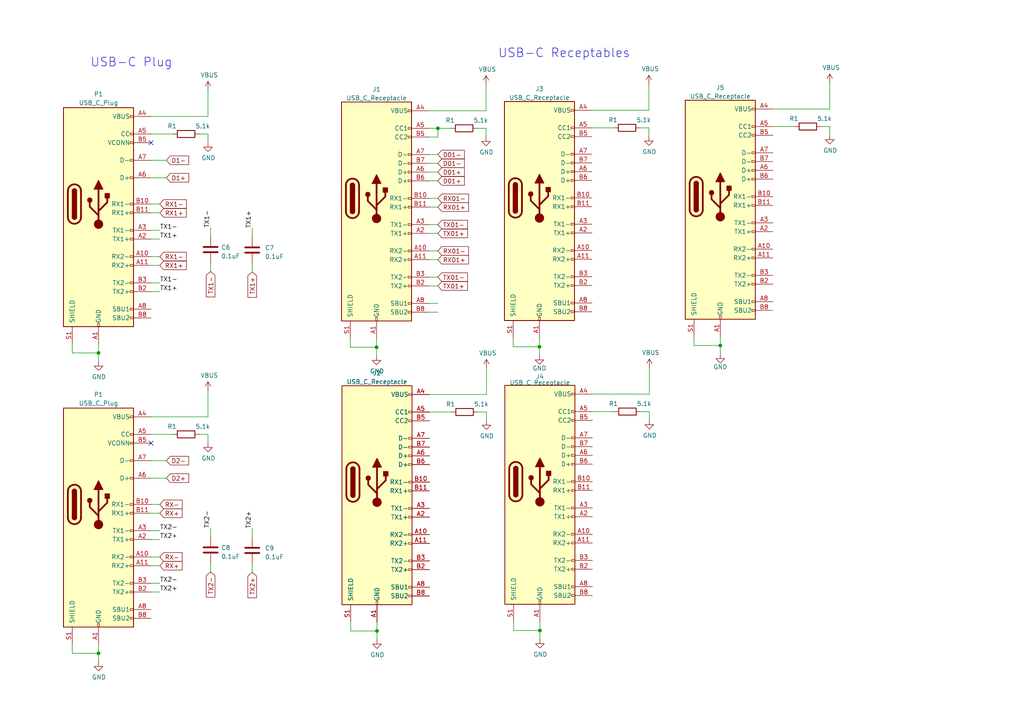
<source format=kicad_sch>
(kicad_sch (version 20230121) (generator eeschema)
  (paper "A4")
  (title_block (date "2023-04-29"))
  (lib_symbols
    (symbol "Connector:USB_C_Plug" (pin_names (offset 1.016))
      (property "Reference" "P" (at -10.16 29.21 0))
      (property "Value" "USB_C_Plug" (at 10.16 29.21 0))
      (symbol "USB_C_Plug_0_0"
        (rectangle (start -0.254 -35.56) (end 0.254 -34.544))
        (rectangle (start 10.16 -32.766) (end 9.144 -33.274))
        (rectangle (start 10.16 -30.226) (end 9.144 -30.734))
        (rectangle (start 10.16 -25.146) (end 9.144 -25.654))
        (rectangle (start 10.16 -22.606) (end 9.144 -23.114))
        (rectangle (start 10.16 -17.526) (end 9.144 -18.034))
        (rectangle (start 10.16 -14.986) (end 9.144 -15.494))
        (rectangle (start 10.16 -9.906) (end 9.144 -10.414))
        (rectangle (start 10.16 -7.366) (end 9.144 -7.874))
        (rectangle (start 10.16 -2.286) (end 9.144 -2.794))
        (rectangle (start 10.16 0.254) (end 9.144 -0.254))
        (rectangle (start 10.16 7.874) (end 9.144 7.366))
        (rectangle (start 10.16 12.954) (end 9.144 12.446))
        (rectangle (start 10.16 18.034) (end 9.144 17.526))
        (rectangle (start 10.16 20.574) (end 9.144 20.066))
        (rectangle (start 10.16 25.654) (end 9.144 25.146))
      )
      (symbol "USB_C_Plug_0_1"
        (rectangle (start -10.16 27.94) (end 10.16 -35.56) (stroke (width 0.254)) (fill (type background)))
        (arc (start -8.89 -3.81) (mid -6.985 -5.7067) (end -5.08 -3.81) (stroke (width 0.508)))
        (arc (start -7.62 -3.81) (mid -6.985 -4.4423) (end -6.35 -3.81) (stroke (width 0.254)))
        (arc (start -7.62 -3.81) (mid -6.985 -4.4423) (end -6.35 -3.81) (stroke (width 0.254)) (fill (type outline)))
        (rectangle (start -7.62 -3.81) (end -6.35 3.81) (stroke (width 0.254)) (fill (type outline)))
        (arc (start -6.35 3.81) (mid -6.985 4.4423) (end -7.62 3.81) (stroke (width 0.254)))
        (arc (start -6.35 3.81) (mid -6.985 4.4423) (end -7.62 3.81) (stroke (width 0.254)) (fill (type outline)))
        (arc (start -5.08 3.81) (mid -6.985 5.7067) (end -8.89 3.81) (stroke (width 0.508)))
        (polyline (pts (xy -8.89 -3.81) (xy -8.89 3.81)) (stroke (width 0.508)))
        (polyline (pts (xy -5.08 3.81) (xy -5.08 -3.81)) (stroke (width 0.508)))
      )
      (symbol "USB_C_Plug_1_1"
        (circle (center -2.54 1.143) (radius 0.635) (stroke (width 0.254)) (fill (type outline)))
        (circle (center 0 -5.842) (radius 1.27) (fill (type outline)))
        (polyline (pts (xy 0 -5.842) (xy 0 4.318)) (stroke (width 0.508)))
        (polyline (pts (xy 0 -3.302) (xy -2.54 -0.762) (xy -2.54 0.508)) (stroke (width 0.508)))
        (polyline (pts (xy 0 -2.032) (xy 2.54 0.508) (xy 2.54 1.778)) (stroke (width 0.508)))
        (polyline (pts (xy -1.27 4.318) (xy 0 6.858) (xy 1.27 4.318) (xy -1.27 4.318)) (stroke (width 0.254)) (fill (type outline)))
        (rectangle (start 1.905 1.778) (end 3.175 3.048) (stroke (width 0.254)) (fill (type outline)))
        (pin passive line (at 0 -40.64 90) (length 5.08) (name "GND") (number "A1"))
        (pin bidirectional line (at 15.24 -15.24 180) (length 5.08) (name "RX2-") (number "A10"))
        (pin bidirectional line (at 15.24 -17.78 180) (length 5.08) (name "RX2+") (number "A11"))
        (pin passive line (at 0 -40.64 90) (length 5.08) hide (name "GND") (number "A12"))
        (pin bidirectional line (at 15.24 -10.16 180) (length 5.08) (name "TX1+") (number "A2"))
        (pin bidirectional line (at 15.24 -7.62 180) (length 5.08) (name "TX1-") (number "A3"))
        (pin passive line (at 15.24 25.4 180) (length 5.08) (name "VBUS") (number "A4"))
        (pin bidirectional line (at 15.24 20.32 180) (length 5.08) (name "CC") (number "A5"))
        (pin bidirectional line (at 15.24 7.62 180) (length 5.08) (name "D+") (number "A6"))
        (pin bidirectional line (at 15.24 12.7 180) (length 5.08) (name "D-") (number "A7"))
        (pin bidirectional line (at 15.24 -30.48 180) (length 5.08) (name "SBU1") (number "A8"))
        (pin passive line (at 15.24 25.4 180) (length 5.08) hide (name "VBUS") (number "A9"))
        (pin passive line (at 0 -40.64 90) (length 5.08) hide (name "GND") (number "B1"))
        (pin bidirectional line (at 15.24 0 180) (length 5.08) (name "RX1-") (number "B10"))
        (pin bidirectional line (at 15.24 -2.54 180) (length 5.08) (name "RX1+") (number "B11"))
        (pin passive line (at 0 -40.64 90) (length 5.08) hide (name "GND") (number "B12"))
        (pin bidirectional line (at 15.24 -25.4 180) (length 5.08) (name "TX2+") (number "B2"))
        (pin bidirectional line (at 15.24 -22.86 180) (length 5.08) (name "TX2-") (number "B3"))
        (pin passive line (at 15.24 25.4 180) (length 5.08) hide (name "VBUS") (number "B4"))
        (pin bidirectional line (at 15.24 17.78 180) (length 5.08) (name "VCONN") (number "B5"))
        (pin bidirectional line (at 15.24 -33.02 180) (length 5.08) (name "SBU2") (number "B8"))
        (pin passive line (at 15.24 25.4 180) (length 5.08) hide (name "VBUS") (number "B9"))
        (pin passive line (at -7.62 -40.64 90) (length 5.08) (name "SHIELD") (number "S1"))
      )
    )
    (symbol "Connector:USB_C_Receptacle" (pin_names (offset 1.016))
      (property "Reference" "J" (at -10.16 29.21 0))
      (property "Value" "USB_C_Receptacle" (at 10.16 29.21 0))
      (symbol "USB_C_Receptacle_0_0"
        (rectangle (start -0.254 -35.56) (end 0.254 -34.544))
        (rectangle (start 10.16 -32.766) (end 9.144 -33.274))
        (rectangle (start 10.16 -30.226) (end 9.144 -30.734))
        (rectangle (start 10.16 -25.146) (end 9.144 -25.654))
        (rectangle (start 10.16 -22.606) (end 9.144 -23.114))
        (rectangle (start 10.16 -17.526) (end 9.144 -18.034))
        (rectangle (start 10.16 -14.986) (end 9.144 -15.494))
        (rectangle (start 10.16 -9.906) (end 9.144 -10.414))
        (rectangle (start 10.16 -7.366) (end 9.144 -7.874))
        (rectangle (start 10.16 -2.286) (end 9.144 -2.794))
        (rectangle (start 10.16 0.254) (end 9.144 -0.254))
        (rectangle (start 10.16 5.334) (end 9.144 4.826))
        (rectangle (start 10.16 7.874) (end 9.144 7.366))
        (rectangle (start 10.16 10.414) (end 9.144 9.906))
        (rectangle (start 10.16 12.954) (end 9.144 12.446))
        (rectangle (start 10.16 18.034) (end 9.144 17.526))
        (rectangle (start 10.16 20.574) (end 9.144 20.066))
        (rectangle (start 10.16 25.654) (end 9.144 25.146))
      )
      (symbol "USB_C_Receptacle_0_1"
        (rectangle (start -10.16 27.94) (end 10.16 -35.56) (stroke (width 0.254)) (fill (type background)))
        (arc (start -8.89 -3.81) (mid -6.985 -5.7067) (end -5.08 -3.81) (stroke (width 0.508)))
        (arc (start -7.62 -3.81) (mid -6.985 -4.4423) (end -6.35 -3.81) (stroke (width 0.254)))
        (arc (start -7.62 -3.81) (mid -6.985 -4.4423) (end -6.35 -3.81) (stroke (width 0.254)) (fill (type outline)))
        (rectangle (start -7.62 -3.81) (end -6.35 3.81) (stroke (width 0.254)) (fill (type outline)))
        (arc (start -6.35 3.81) (mid -6.985 4.4423) (end -7.62 3.81) (stroke (width 0.254)))
        (arc (start -6.35 3.81) (mid -6.985 4.4423) (end -7.62 3.81) (stroke (width 0.254)) (fill (type outline)))
        (arc (start -5.08 3.81) (mid -6.985 5.7067) (end -8.89 3.81) (stroke (width 0.508)))
        (polyline (pts (xy -8.89 -3.81) (xy -8.89 3.81)) (stroke (width 0.508)))
        (polyline (pts (xy -5.08 3.81) (xy -5.08 -3.81)) (stroke (width 0.508)))
      )
      (symbol "USB_C_Receptacle_1_1"
        (circle (center -2.54 1.143) (radius 0.635) (stroke (width 0.254)) (fill (type outline)))
        (circle (center 0 -5.842) (radius 1.27) (fill (type outline)))
        (polyline (pts (xy 0 -5.842) (xy 0 4.318)) (stroke (width 0.508)))
        (polyline (pts (xy 0 -3.302) (xy -2.54 -0.762) (xy -2.54 0.508)) (stroke (width 0.508)))
        (polyline (pts (xy 0 -2.032) (xy 2.54 0.508) (xy 2.54 1.778)) (stroke (width 0.508)))
        (polyline (pts (xy -1.27 4.318) (xy 0 6.858) (xy 1.27 4.318) (xy -1.27 4.318)) (stroke (width 0.254)) (fill (type outline)))
        (rectangle (start 1.905 1.778) (end 3.175 3.048) (stroke (width 0.254)) (fill (type outline)))
        (pin passive line (at 0 -40.64 90) (length 5.08) (name "GND") (number "A1"))
        (pin bidirectional line (at 15.24 -15.24 180) (length 5.08) (name "RX2-") (number "A10"))
        (pin bidirectional line (at 15.24 -17.78 180) (length 5.08) (name "RX2+") (number "A11"))
        (pin passive line (at 0 -40.64 90) (length 5.08) hide (name "GND") (number "A12"))
        (pin bidirectional line (at 15.24 -10.16 180) (length 5.08) (name "TX1+") (number "A2"))
        (pin bidirectional line (at 15.24 -7.62 180) (length 5.08) (name "TX1-") (number "A3"))
        (pin passive line (at 15.24 25.4 180) (length 5.08) (name "VBUS") (number "A4"))
        (pin bidirectional line (at 15.24 20.32 180) (length 5.08) (name "CC1") (number "A5"))
        (pin bidirectional line (at 15.24 7.62 180) (length 5.08) (name "D+") (number "A6"))
        (pin bidirectional line (at 15.24 12.7 180) (length 5.08) (name "D-") (number "A7"))
        (pin bidirectional line (at 15.24 -30.48 180) (length 5.08) (name "SBU1") (number "A8"))
        (pin passive line (at 15.24 25.4 180) (length 5.08) hide (name "VBUS") (number "A9"))
        (pin passive line (at 0 -40.64 90) (length 5.08) hide (name "GND") (number "B1"))
        (pin bidirectional line (at 15.24 0 180) (length 5.08) (name "RX1-") (number "B10"))
        (pin bidirectional line (at 15.24 -2.54 180) (length 5.08) (name "RX1+") (number "B11"))
        (pin passive line (at 0 -40.64 90) (length 5.08) hide (name "GND") (number "B12"))
        (pin bidirectional line (at 15.24 -25.4 180) (length 5.08) (name "TX2+") (number "B2"))
        (pin bidirectional line (at 15.24 -22.86 180) (length 5.08) (name "TX2-") (number "B3"))
        (pin passive line (at 15.24 25.4 180) (length 5.08) hide (name "VBUS") (number "B4"))
        (pin bidirectional line (at 15.24 17.78 180) (length 5.08) (name "CC2") (number "B5"))
        (pin bidirectional line (at 15.24 5.08 180) (length 5.08) (name "D+") (number "B6"))
        (pin bidirectional line (at 15.24 10.16 180) (length 5.08) (name "D-") (number "B7"))
        (pin bidirectional line (at 15.24 -33.02 180) (length 5.08) (name "SBU2") (number "B8"))
        (pin passive line (at 15.24 25.4 180) (length 5.08) hide (name "VBUS") (number "B9"))
        (pin passive line (at -7.62 -40.64 90) (length 5.08) (name "SHIELD") (number "S1"))
      )
    )
    (symbol "Device:C" (pin_numbers hide) (pin_names (offset 0.254))
      (property "Reference" "C" (at 0.635 2.54 0))
      (property "Value" "C" (at 0.635 -2.54 0))
      (symbol "C_0_1"
        (polyline (pts (xy -2.032 -0.762) (xy 2.032 -0.762)) (stroke (width 0.508)))
        (polyline (pts (xy -2.032 0.762) (xy 2.032 0.762)) (stroke (width 0.508)))
      )
      (symbol "C_1_1"
        (pin passive line (at 0 3.81 270) (length 2.794) (name "~") (number "1"))
        (pin passive line (at 0 -3.81 90) (length 2.794) (name "~") (number "2"))
      )
    )
    (symbol "Device:R" (pin_numbers hide) (pin_names (offset 0))
      (property "Reference" "R" (at 2.032 0 90))
      (property "Value" "R" (at 0 0 90))
      (symbol "R_0_1"
        (rectangle (start -1.016 -2.54) (end 1.016 2.54) (stroke (width 0.254)))
      )
      (symbol "R_1_1"
        (pin passive line (at 0 3.81 270) (length 1.27) (name "~") (number "1"))
        (pin passive line (at 0 -3.81 90) (length 1.27) (name "~") (number "2"))
      )
    )
    (symbol "power:GND" (power) (pin_names (offset 0))
      (property "Value" "GND" (at 0 -3.81 0))
      (symbol "GND_0_1"
        (polyline (pts (xy 0 0) (xy 0 -1.27) (xy 1.27 -1.27) (xy 0 -2.54) (xy -1.27 -1.27) (xy 0 -1.27)))
      )
      (symbol "GND_1_1"
        (pin power_in line (at 0 0 270) (length 0) hide (name "GND") (number "1"))
      )
    )
    (symbol "power:VBUS" (power) (pin_names (offset 0))
      (property "Value" "VBUS" (at 0 3.81 0))
      (symbol "VBUS_0_1"
        (polyline (pts (xy -0.762 1.27) (xy 0 2.54)))
        (polyline (pts (xy 0 0) (xy 0 2.54)))
        (polyline (pts (xy 0 2.54) (xy 0.762 1.27)))
      )
      (symbol "VBUS_1_1"
        (pin power_in line (at 0 0 90) (length 0) hide (name "VBUS") (number "1"))
      )
    )
  )
  (junction (at 156.464 100.584))
  (junction (at 156.591 182.88))
  (junction (at 208.915 100.203))
  (junction (at 127 37.211))
  (junction (at 109.347 183.007))
  (junction (at 28.575 102.362))
  (junction (at 109.22 100.711))
  (junction (at 28.575 189.484))
  (no_connect (at 43.815 128.524))
  (no_connect (at 43.815 41.402))
  (wire (pts (xy 156.464 103.124) (xy 156.464 100.584)))
  (wire (pts (xy 43.815 148.844) (xy 46.355 148.844)))
  (wire (pts (xy 60.325 125.984) (xy 60.325 128.524)))
  (wire (pts (xy 127 72.771) (xy 124.46 72.771)))
  (wire (pts (xy 127 75.311) (xy 124.46 75.311)))
  (wire (pts (xy 124.46 39.751) (xy 127 39.751)))
  (wire (pts (xy 171.831 119.38) (xy 178.181 119.38)))
  (wire (pts (xy 20.955 99.822) (xy 20.955 102.362)))
  (wire (pts (xy 43.815 46.482) (xy 48.26 46.482)))
  (wire (pts (xy 208.915 102.743) (xy 208.915 100.203)))
  (wire (pts (xy 156.591 185.42) (xy 156.591 182.88)))
  (wire (pts (xy 201.295 100.203) (xy 208.915 100.203)))
  (wire (pts (xy 46.355 66.802) (xy 43.815 66.802)))
  (wire (pts (xy 141.097 119.507) (xy 141.097 122.047)))
  (wire (pts (xy 20.955 102.362) (xy 28.575 102.362)))
  (wire (pts (xy 127 44.831) (xy 124.46 44.831)))
  (wire (pts (xy 20.955 189.484) (xy 28.575 189.484)))
  (wire (pts (xy 224.155 31.623) (xy 240.665 31.623)))
  (wire (pts (xy 124.587 119.507) (xy 130.937 119.507)))
  (wire (pts (xy 127 82.931) (xy 124.46 82.931)))
  (wire (pts (xy 188.214 32.004) (xy 188.214 24.384)))
  (wire (pts (xy 28.575 102.362) (xy 28.575 99.822)))
  (wire (pts (xy 127 47.371) (xy 124.46 47.371)))
  (wire (pts (xy 60.325 33.782) (xy 60.325 26.162)))
  (wire (pts (xy 46.355 153.924) (xy 43.815 153.924)))
  (wire (pts (xy 46.355 169.164) (xy 43.815 169.164)))
  (wire (pts (xy 138.43 37.211) (xy 140.97 37.211)))
  (wire (pts (xy 43.815 38.862) (xy 50.165 38.862)))
  (wire (pts (xy 43.815 120.904) (xy 60.325 120.904)))
  (wire (pts (xy 127 37.211) (xy 127 39.751)))
  (wire (pts (xy 109.22 100.711) (xy 109.22 98.171)))
  (wire (pts (xy 101.6 100.711) (xy 109.22 100.711)))
  (wire (pts (xy 57.785 125.984) (xy 60.325 125.984)))
  (wire (pts (xy 28.575 192.024) (xy 28.575 189.484)))
  (wire (pts (xy 127 67.691) (xy 124.46 67.691)))
  (wire (pts (xy 127 88.011) (xy 124.46 88.011)))
  (wire (pts (xy 46.355 69.342) (xy 43.815 69.342)))
  (wire (pts (xy 20.955 186.944) (xy 20.955 189.484)))
  (wire (pts (xy 124.46 37.211) (xy 127 37.211)))
  (wire (pts (xy 224.155 36.703) (xy 230.505 36.703)))
  (wire (pts (xy 60.325 120.904) (xy 60.325 113.284)))
  (wire (pts (xy 46.355 82.042) (xy 43.815 82.042)))
  (wire (pts (xy 188.341 119.38) (xy 188.341 121.92)))
  (wire (pts (xy 156.464 100.584) (xy 156.464 98.044)))
  (wire (pts (xy 101.727 180.467) (xy 101.727 183.007)))
  (wire (pts (xy 208.915 100.203) (xy 208.915 97.663)))
  (wire (pts (xy 109.22 103.251) (xy 109.22 100.711)))
  (wire (pts (xy 43.815 59.182) (xy 46.355 59.182)))
  (wire (pts (xy 73.152 153.289) (xy 73.152 155.829)))
  (wire (pts (xy 141.097 114.427) (xy 141.097 106.807)))
  (wire (pts (xy 148.844 100.584) (xy 156.464 100.584)))
  (wire (pts (xy 201.295 97.663) (xy 201.295 100.203)))
  (wire (pts (xy 127 80.391) (xy 124.46 80.391)))
  (wire (pts (xy 101.6 98.171) (xy 101.6 100.711)))
  (wire (pts (xy 124.46 32.131) (xy 140.97 32.131)))
  (wire (pts (xy 61.087 66.04) (xy 61.087 68.58)))
  (wire (pts (xy 109.347 183.007) (xy 109.347 180.467)))
  (wire (pts (xy 148.971 182.88) (xy 156.591 182.88)))
  (wire (pts (xy 28.575 104.902) (xy 28.575 102.362)))
  (wire (pts (xy 73.152 66.167) (xy 73.152 68.707)))
  (wire (pts (xy 127 90.551) (xy 124.46 90.551)))
  (wire (pts (xy 238.125 36.703) (xy 240.665 36.703)))
  (wire (pts (xy 127 57.531) (xy 124.46 57.531)))
  (wire (pts (xy 156.591 182.88) (xy 156.591 180.34)))
  (wire (pts (xy 73.152 163.449) (xy 73.152 165.989)))
  (wire (pts (xy 127 37.211) (xy 130.81 37.211)))
  (wire (pts (xy 188.341 114.3) (xy 188.341 106.68)))
  (wire (pts (xy 28.575 189.484) (xy 28.575 186.944)))
  (wire (pts (xy 188.214 37.084) (xy 188.214 39.624)))
  (wire (pts (xy 43.815 74.422) (xy 46.355 74.422)))
  (wire (pts (xy 43.815 164.084) (xy 46.355 164.084)))
  (wire (pts (xy 185.801 119.38) (xy 188.341 119.38)))
  (wire (pts (xy 185.674 37.084) (xy 188.214 37.084)))
  (wire (pts (xy 148.971 180.34) (xy 148.971 182.88)))
  (wire (pts (xy 127 49.911) (xy 124.46 49.911)))
  (wire (pts (xy 124.587 114.427) (xy 141.097 114.427)))
  (wire (pts (xy 43.815 138.684) (xy 48.26 138.684)))
  (wire (pts (xy 46.355 156.464) (xy 43.815 156.464)))
  (wire (pts (xy 140.97 37.211) (xy 140.97 39.751)))
  (wire (pts (xy 43.815 146.304) (xy 46.355 146.304)))
  (wire (pts (xy 171.831 114.3) (xy 188.341 114.3)))
  (wire (pts (xy 171.704 32.004) (xy 188.214 32.004)))
  (wire (pts (xy 109.347 185.547) (xy 109.347 183.007)))
  (wire (pts (xy 61.087 163.322) (xy 61.087 165.862)))
  (wire (pts (xy 61.087 76.2) (xy 61.087 78.74)))
  (wire (pts (xy 73.152 76.327) (xy 73.152 78.867)))
  (wire (pts (xy 43.815 125.984) (xy 50.165 125.984)))
  (wire (pts (xy 240.665 36.703) (xy 240.665 39.243)))
  (wire (pts (xy 140.97 32.131) (xy 140.97 24.511)))
  (wire (pts (xy 46.355 171.704) (xy 43.815 171.704)))
  (wire (pts (xy 127 65.151) (xy 124.46 65.151)))
  (wire (pts (xy 138.557 119.507) (xy 141.097 119.507)))
  (wire (pts (xy 148.844 98.044) (xy 148.844 100.584)))
  (wire (pts (xy 43.815 33.782) (xy 60.325 33.782)))
  (wire (pts (xy 43.815 51.562) (xy 48.26 51.562)))
  (wire (pts (xy 101.727 183.007) (xy 109.347 183.007)))
  (wire (pts (xy 57.785 38.862) (xy 60.325 38.862)))
  (wire (pts (xy 61.087 153.162) (xy 61.087 155.702)))
  (wire (pts (xy 46.355 84.582) (xy 43.815 84.582)))
  (wire (pts (xy 127 60.071) (xy 124.46 60.071)))
  (wire (pts (xy 43.815 133.604) (xy 48.26 133.604)))
  (wire (pts (xy 43.815 76.962) (xy 46.355 76.962)))
  (wire (pts (xy 43.815 61.722) (xy 46.355 61.722)))
  (wire (pts (xy 240.665 31.623) (xy 240.665 24.003)))
  (wire (pts (xy 60.325 38.862) (xy 60.325 41.402)))
  (wire (pts (xy 171.704 37.084) (xy 178.054 37.084)))
  (wire (pts (xy 127 52.451) (xy 124.46 52.451)))
  (wire (pts (xy 43.815 161.544) (xy 46.355 161.544)))
  (text "USB-C Receptables" (at 144.399 17.018 0) (effects (font (size 2.54 2.54)) (justify left bottom)))
  (text "USB-C Plug" (at 26.162 19.685 0) (effects (font (size 2.54 2.54)) (justify left bottom)))
  (label "TX1+" (at 46.355 84.582 0))
  (label "TX2-" (at 46.355 153.924 0))
  (label "TX1+" (at 73.152 66.167 90))
  (label "TX1-" (at 46.355 82.042 0))
  (label "TX2+" (at 46.355 171.704 0))
  (label "TX1-" (at 61.087 66.04 90))
  (label "TX2+" (at 46.355 156.464 0))
  (label "TX2-" (at 61.087 153.162 90))
  (label "TX2+" (at 73.152 153.289 90))
  (label "TX2-" (at 46.355 169.164 0))
  (label "TX1-" (at 46.355 66.802 0))
  (label "TX1+" (at 46.355 69.342 0))
  (global_label "TX01+" (shape input) (at 127 82.931 0) (property "Intersheetrefs" "${INTERSHEET_REFS}" (effects hide)))
  (global_label "TX01-" (shape input) (at 127 65.151 0) (property "Intersheetrefs" "${INTERSHEET_REFS}" (effects hide)))
  (global_label "TX01+" (shape input) (at 127 67.691 0) (property "Intersheetrefs" "${INTERSHEET_REFS}" (effects hide)))
  (global_label "D1-" (shape input) (at 48.26 46.482 0) (property "Intersheetrefs" "${INTERSHEET_REFS}" (effects hide)))
  (global_label "RX1+" (shape input) (at 46.355 76.962 0) (property "Intersheetrefs" "${INTERSHEET_REFS}" (effects hide)))
  (global_label "RX1-" (shape input) (at 46.355 74.422 0) (property "Intersheetrefs" "${INTERSHEET_REFS}" (effects hide)))
  (global_label "D2+" (shape input) (at 48.26 138.684 0) (property "Intersheetrefs" "${INTERSHEET_REFS}" (effects hide)))
  (global_label "RX1+" (shape input) (at 46.355 61.722 0) (property "Intersheetrefs" "${INTERSHEET_REFS}" (effects hide)))
  (global_label "D01-" (shape input) (at 127 44.831 0) (property "Intersheetrefs" "${INTERSHEET_REFS}" (effects hide)))
  (global_label "RX1-" (shape input) (at 46.355 59.182 0) (property "Intersheetrefs" "${INTERSHEET_REFS}" (effects hide)))
  (global_label "D01+" (shape input) (at 127 49.911 0) (property "Intersheetrefs" "${INTERSHEET_REFS}" (effects hide)))
  (global_label "TX01-" (shape input) (at 127 80.391 0) (property "Intersheetrefs" "${INTERSHEET_REFS}" (effects hide)))
  (global_label "TX1-" (shape input) (at 61.087 78.74 270) (property "Intersheetrefs" "${INTERSHEET_REFS}" (effects hide)))
  (global_label "RX01+" (shape input) (at 127 75.311 0) (property "Intersheetrefs" "${INTERSHEET_REFS}" (effects hide)))
  (global_label "RX-" (shape input) (at 46.355 161.544 0) (property "Intersheetrefs" "${INTERSHEET_REFS}" (effects hide)))
  (global_label "RX01+" (shape input) (at 127 60.071 0) (property "Intersheetrefs" "${INTERSHEET_REFS}" (effects hide)))
  (global_label "RX01-" (shape input) (at 127 57.531 0) (property "Intersheetrefs" "${INTERSHEET_REFS}" (effects hide)))
  (global_label "D2-" (shape input) (at 48.26 133.604 0) (property "Intersheetrefs" "${INTERSHEET_REFS}" (effects hide)))
  (global_label "RX+" (shape input) (at 46.355 148.844 0) (property "Intersheetrefs" "${INTERSHEET_REFS}" (effects hide)))
  (global_label "D01-" (shape input) (at 127 47.371 0) (property "Intersheetrefs" "${INTERSHEET_REFS}" (effects hide)))
  (global_label "TX1+" (shape input) (at 73.152 78.867 270) (property "Intersheetrefs" "${INTERSHEET_REFS}" (effects hide)))
  (global_label "TX2+" (shape input) (at 73.152 165.989 270) (property "Intersheetrefs" "${INTERSHEET_REFS}" (effects hide)))
  (global_label "D01+" (shape input) (at 127 52.451 0) (property "Intersheetrefs" "${INTERSHEET_REFS}" (effects hide)))
  (global_label "RX-" (shape input) (at 46.355 146.304 0) (property "Intersheetrefs" "${INTERSHEET_REFS}" (effects hide)))
  (global_label "TX2-" (shape input) (at 61.087 165.862 270) (property "Intersheetrefs" "${INTERSHEET_REFS}" (effects hide)))
  (global_label "RX+" (shape input) (at 46.355 164.084 0) (property "Intersheetrefs" "${INTERSHEET_REFS}" (effects hide)))
  (global_label "RX01-" (shape input) (at 127 72.771 0) (property "Intersheetrefs" "${INTERSHEET_REFS}" (effects hide)))
  (global_label "D1+" (shape input) (at 48.26 51.562 0) (property "Intersheetrefs" "${INTERSHEET_REFS}" (effects hide)))
  (symbol (lib_id "power:VBUS") (at 60.325 26.162 0) (unit 1)
    (property "Reference" "#PWR02" (effects hide))
    (property "Value" "VBUS" (at 60.706 21.7678 0))
  )
  (symbol (lib_id "Connector:USB_C_Plug") (at 28.575 59.182 0) (unit 1)
    (property "Reference" "P1" (at 28.575 27.305 0))
    (property "Value" "USB_C_Plug" (at 28.575 29.845 0))
    (property "Footprint" "Connector_USB:USB_C_Plug_Molex_105444" (effects hide))
    (property "Datasheet" "https://www.usb.org/sites/default/files/documents/usb_type-c.zip" (effects hide))
  )
  (symbol (lib_id "power:VBUS") (at 188.341 106.68 0) (unit 1)
    (property "Reference" "#PWR02" (effects hide))
    (property "Value" "VBUS" (at 188.722 102.2858 0))
    (instances (project "framework-dock" (path "" (reference "#PWR02") (unit 1)) (path "" (reference "#PWR014") (unit 1))))
  )
  (symbol (lib_id "Connector:USB_C_Plug") (at 28.575 146.304 0) (unit 1)
    (property "Reference" "P1" (at 28.575 114.427 0))
    (property "Value" "USB_C_Plug" (at 28.575 116.967 0))
    (property "Footprint" "Connector_USB:USB_C_Plug_Molex_105444" (effects hide))
    (property "Datasheet" "https://www.usb.org/sites/default/files/documents/usb_type-c.zip" (effects hide))
    (instances (project "framework-dock" (path "" (reference "P1") (unit 1)) (path "" (reference "P2") (unit 1))))
  )
  (symbol (lib_id "power:GND") (at 208.915 102.743 0) (unit 1)
    (property "Reference" "#PWR01" (effects hide))
    (property "Value" "GND" (at 208.915 106.426 0))
    (instances (project "framework-dock" (path "" (reference "#PWR01") (unit 1)) (path "" (reference "#PWR011") (unit 1))))
  )
  (symbol (lib_id "Device:C") (at 73.152 159.639 0) (unit 1)
    (property "Reference" "C9" (at 76.835 159.004 0) (effects (justify left)))
    (property "Value" "0.1uF" (at 76.835 161.544 0) (effects (justify left)))
    (property "Footprint" "Capacitor_SMD:C_0805_2012Metric" (effects hide))
  )
  (symbol (lib_id "power:GND") (at 109.22 103.251 0) (unit 1)
    (property "Reference" "#PWR01" (effects hide))
    (property "Value" "GND" (at 109.347 107.6452 0))
    (instances (project "framework-dock" (path "" (reference "#PWR01") (unit 1)) (path "" (reference "#PWR07") (unit 1))))
  )
  (symbol (lib_id "Device:R") (at 234.315 36.703 90) (unit 1)
    (property "Reference" "R1" (at 230.251 34.417 90))
    (property "Value" "5.1k" (at 239.141 34.417 90))
    (property "Footprint" "Resistor_SMD:R_0201_0603Metric" (effects hide))
    (instances (project "framework-dock" (path "" (reference "R1") (unit 1)) (path "" (reference "R6") (unit 1))))
  )
  (symbol (lib_id "Device:C") (at 73.152 72.517 0) (unit 1)
    (property "Reference" "C7" (at 76.835 71.882 0) (effects (justify left)))
    (property "Value" "0.1uF" (at 76.835 74.422 0) (effects (justify left)))
    (property "Footprint" "Capacitor_SMD:C_0805_2012Metric" (effects hide))
  )
  (symbol (lib_id "power:GND") (at 140.97 39.751 0) (unit 1)
    (property "Reference" "#PWR03" (effects hide))
    (property "Value" "GND" (at 141.097 44.1452 0))
    (instances (project "framework-dock" (path "" (reference "#PWR03") (unit 1)) (path "" (reference "#PWR017") (unit 1))))
  )
  (symbol (lib_id "power:GND") (at 188.341 121.92 0) (unit 1)
    (property "Reference" "#PWR03" (effects hide))
    (property "Value" "GND" (at 188.468 126.3142 0))
    (instances (project "framework-dock" (path "" (reference "#PWR03") (unit 1)) (path "" (reference "#PWR019") (unit 1))))
  )
  (symbol (lib_id "Device:R") (at 181.991 119.38 90) (unit 1)
    (property "Reference" "R1" (at 177.927 117.094 90))
    (property "Value" "5.1k" (at 186.817 117.094 90))
    (property "Footprint" "Resistor_SMD:R_0201_0603Metric" (effects hide))
    (instances (project "framework-dock" (path "" (reference "R1") (unit 1)) (path "" (reference "R4") (unit 1))))
  )
  (symbol (lib_id "Connector:USB_C_Receptacle") (at 156.591 139.7 0) (unit 1)
    (property "Reference" "J4" (at 156.591 109.22 0))
    (property "Value" "USB_C_Receptacle" (at 156.591 110.998 0))
    (property "Footprint" "Connector_USB:USB_C_Receptacle_Amphenol_12401548E4-2A" (effects hide))
    (property "Datasheet" "https://www.usb.org/sites/default/files/documents/usb_type-c.zip" (effects hide))
  )
  (symbol (lib_id "power:VBUS") (at 188.214 24.384 0) (unit 1)
    (property "Reference" "#PWR02" (effects hide))
    (property "Value" "VBUS" (at 188.595 19.9898 0))
    (instances (project "framework-dock" (path "" (reference "#PWR02") (unit 1)) (path "" (reference "#PWR015") (unit 1))))
  )
  (symbol (lib_id "Connector:USB_C_Receptacle") (at 156.464 57.404 0) (unit 1)
    (property "Reference" "J3" (at 156.464 25.781 0))
    (property "Value" "USB_C_Receptacle" (at 156.464 28.321 0))
    (property "Footprint" "Connector_USB:USB_C_Receptacle_Amphenol_12401548E4-2A" (effects hide))
    (property "Datasheet" "https://www.usb.org/sites/default/files/documents/usb_type-c.zip" (effects hide))
  )
  (symbol (lib_id "power:GND") (at 141.097 122.047 0) (unit 1)
    (property "Reference" "#PWR03" (effects hide))
    (property "Value" "GND" (at 141.224 126.4412 0))
    (instances (project "framework-dock" (path "" (reference "#PWR03") (unit 1)) (path "" (reference "#PWR018") (unit 1))))
  )
  (symbol (lib_id "Connector:USB_C_Receptacle") (at 109.22 57.531 0) (unit 1)
    (property "Reference" "J1" (at 109.22 25.908 0))
    (property "Value" "USB_C_Receptacle" (at 109.22 28.448 0))
    (property "Footprint" "Connector_USB:USB_C_Receptacle_Amphenol_12401548E4-2A" (effects hide))
    (property "Datasheet" "https://www.usb.org/sites/default/files/documents/usb_type-c.zip" (effects hide))
  )
  (symbol (lib_id "power:GND") (at 240.665 39.243 0) (unit 1)
    (property "Reference" "#PWR03" (effects hide))
    (property "Value" "GND" (at 240.792 43.6372 0))
    (instances (project "framework-dock" (path "" (reference "#PWR03") (unit 1)) (path "" (reference "#PWR021") (unit 1))))
  )
  (symbol (lib_id "Connector:USB_C_Receptacle") (at 109.347 139.827 0) (unit 1)
    (property "Reference" "J2" (at 109.347 108.204 0))
    (property "Value" "USB_C_Receptacle" (at 109.347 110.744 0))
    (property "Footprint" "Connector_USB:USB_C_Receptacle_Amphenol_12401548E4-2A" (effects hide))
    (property "Datasheet" "https://www.usb.org/sites/default/files/documents/usb_type-c.zip" (effects hide))
  )
  (symbol (lib_id "Device:C") (at 61.087 72.39 0) (unit 1)
    (property "Reference" "C6" (at 64.135 71.755 0) (effects (justify left)))
    (property "Value" "0.1uF" (at 64.135 74.295 0) (effects (justify left)))
    (property "Footprint" "Capacitor_SMD:C_0805_2012Metric" (effects hide))
  )
  (symbol (lib_id "power:GND") (at 188.214 39.624 0) (unit 1)
    (property "Reference" "#PWR03" (effects hide))
    (property "Value" "GND" (at 188.341 44.0182 0))
    (instances (project "framework-dock" (path "" (reference "#PWR03") (unit 1)) (path "" (reference "#PWR020") (unit 1))))
  )
  (symbol (lib_id "power:GND") (at 28.575 104.902 0) (unit 1)
    (property "Reference" "#PWR01" (effects hide))
    (property "Value" "GND" (at 28.702 109.2962 0))
  )
  (symbol (lib_id "Device:C") (at 61.087 159.512 0) (unit 1)
    (property "Reference" "C8" (at 64.135 158.877 0) (effects (justify left)))
    (property "Value" "0.1uF" (at 64.135 161.417 0) (effects (justify left)))
    (property "Footprint" "Capacitor_SMD:C_0805_2012Metric" (effects hide))
  )
  (symbol (lib_id "power:GND") (at 60.325 41.402 0) (unit 1)
    (property "Reference" "#PWR03" (effects hide))
    (property "Value" "GND" (at 60.452 45.7962 0))
  )
  (symbol (lib_id "power:VBUS") (at 140.97 24.511 0) (unit 1)
    (property "Reference" "#PWR02" (effects hide))
    (property "Value" "VBUS" (at 141.351 20.1168 0))
    (instances (project "framework-dock" (path "" (reference "#PWR02") (unit 1)) (path "" (reference "#PWR012") (unit 1))))
  )
  (symbol (lib_id "Device:R") (at 134.747 119.507 90) (unit 1)
    (property "Reference" "R1" (at 130.683 117.221 90))
    (property "Value" "5.1k" (at 139.573 117.221 90))
    (property "Footprint" "Resistor_SMD:R_0201_0603Metric" (effects hide))
    (instances (project "framework-dock" (path "" (reference "R1") (unit 1)) (path "" (reference "R3") (unit 1))))
  )
  (symbol (lib_id "power:GND") (at 60.325 128.524 0) (unit 1)
    (property "Reference" "#PWR03" (effects hide))
    (property "Value" "GND" (at 60.452 132.9182 0))
    (instances (project "framework-dock" (path "" (reference "#PWR03") (unit 1)) (path "" (reference "#PWR039") (unit 1))))
  )
  (symbol (lib_id "power:VBUS") (at 60.325 113.284 0) (unit 1)
    (property "Reference" "#PWR02" (effects hide))
    (property "Value" "VBUS" (at 60.706 108.8898 0))
    (instances (project "framework-dock" (path "" (reference "#PWR02") (unit 1)) (path "" (reference "#PWR038") (unit 1))))
  )
  (symbol (lib_id "power:VBUS") (at 141.097 106.807 0) (unit 1)
    (property "Reference" "#PWR02" (effects hide))
    (property "Value" "VBUS" (at 141.478 102.4128 0))
    (instances (project "framework-dock" (path "" (reference "#PWR02") (unit 1)) (path "" (reference "#PWR013") (unit 1))))
  )
  (symbol (lib_id "power:GND") (at 156.591 185.42 0) (unit 1)
    (property "Reference" "#PWR01" (effects hide))
    (property "Value" "GND" (at 156.718 189.8142 0))
    (instances (project "framework-dock" (path "" (reference "#PWR01") (unit 1)) (path "" (reference "#PWR010") (unit 1))))
  )
  (symbol (lib_id "Connector:USB_C_Receptacle") (at 208.915 57.023 0) (unit 1)
    (property "Reference" "J5" (at 208.915 25.4 0))
    (property "Value" "USB_C_Receptacle" (at 208.915 27.94 0))
    (property "Footprint" "Connector_USB:USB_C_Receptacle_Amphenol_12401548E4-2A" (effects hide))
    (property "Datasheet" "https://www.usb.org/sites/default/files/documents/usb_type-c.zip" (effects hide))
  )
  (symbol (lib_id "Device:R") (at 181.864 37.084 90) (unit 1)
    (property "Reference" "R1" (at 177.8 34.798 90))
    (property "Value" "5.1k" (at 186.69 34.798 90))
    (property "Footprint" "Resistor_SMD:R_0201_0603Metric" (effects hide))
    (instances (project "framework-dock" (path "" (reference "R1") (unit 1)) (path "" (reference "R5") (unit 1))))
  )
  (symbol (lib_id "power:GND") (at 109.347 185.547 0) (unit 1)
    (property "Reference" "#PWR01" (effects hide))
    (property "Value" "GND" (at 109.474 189.9412 0))
    (instances (project "framework-dock" (path "" (reference "#PWR01") (unit 1)) (path "" (reference "#PWR08") (unit 1))))
  )
  (symbol (lib_id "Device:R") (at 53.975 38.862 90) (unit 1)
    (property "Reference" "R1" (at 49.911 36.576 90))
    (property "Value" "5.1k" (at 58.801 36.576 90))
    (property "Footprint" "Resistor_SMD:R_0201_0603Metric" (effects hide))
  )
  (symbol (lib_id "power:GND") (at 156.464 103.124 0) (unit 1)
    (property "Reference" "#PWR01" (effects hide))
    (property "Value" "GND" (at 156.464 106.807 0))
    (instances (project "framework-dock" (path "" (reference "#PWR01") (unit 1)) (path "" (reference "#PWR09") (unit 1))))
  )
  (symbol (lib_id "power:VBUS") (at 240.665 24.003 0) (unit 1)
    (property "Reference" "#PWR02" (effects hide))
    (property "Value" "VBUS" (at 241.046 19.6088 0))
    (instances (project "framework-dock" (path "" (reference "#PWR02") (unit 1)) (path "" (reference "#PWR016") (unit 1))))
  )
  (symbol (lib_id "Device:R") (at 134.62 37.211 90) (unit 1)
    (property "Reference" "R1" (at 130.556 34.925 90))
    (property "Value" "5.1k" (at 139.446 34.925 90))
    (property "Footprint" "Resistor_SMD:R_0201_0603Metric" (effects hide))
    (instances (project "framework-dock" (path "" (reference "R1") (unit 1)) (path "" (reference "R2") (unit 1))))
  )
  (symbol (lib_id "power:GND") (at 28.575 192.024 0) (unit 1)
    (property "Reference" "#PWR01" (effects hide))
    (property "Value" "GND" (at 28.702 196.4182 0))
    (instances (project "framework-dock" (path "" (reference "#PWR01") (unit 1)) (path "" (reference "#PWR037") (unit 1))))
  )
  (symbol (lib_id "Device:R") (at 53.975 125.984 90) (unit 1)
    (property "Reference" "R1" (at 49.911 123.698 90))
    (property "Value" "5.1k" (at 58.801 123.698 90))
    (property "Footprint" "Resistor_SMD:R_0201_0603Metric" (effects hide))
    (instances (project "framework-dock" (path "" (reference "R1") (unit 1)) (path "" (reference "R11") (unit 1))))
  )
)
</source>
